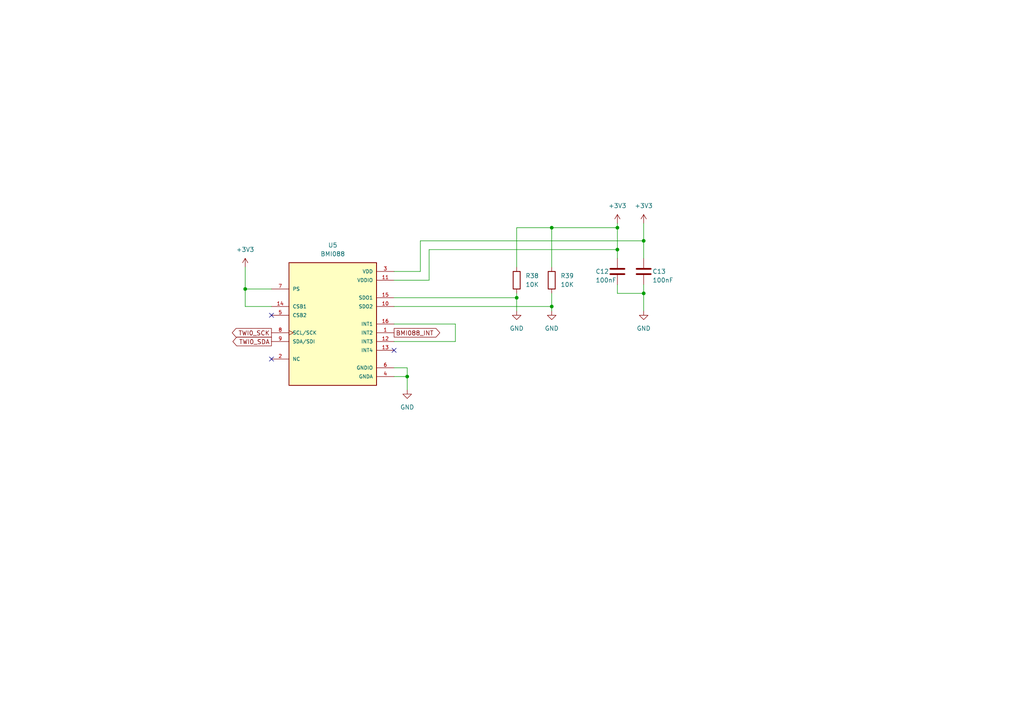
<source format=kicad_sch>
(kicad_sch (version 20211123) (generator eeschema)
  (paper "A4")
  (lib_symbols
    (symbol "BMI088:BMI088" (pin_names (offset 1.016))
      (property "Reference" "U" (at -12.7 18.415 0))
      (property "Value" "BMI088" (at -12.7 -20.32 0))
      (symbol "BMI088_0_0"
        (rectangle (start -12.7 -17.78) (end 12.7 17.78) (stroke (width 0.254)) (fill (type background)))
        (pin bidirectional line (at 17.78 -2.54 180) (length 5.08) (name "INT2") (number "1"))
        (pin input line (at 17.78 5.08 180) (length 5.08) (name "SDO2") (number "10"))
        (pin power_in line (at 17.78 12.7 180) (length 5.08) (name "VDDIO") (number "11"))
        (pin bidirectional line (at 17.78 -5.08 180) (length 5.08) (name "INT3") (number "12"))
        (pin bidirectional line (at 17.78 -7.62 180) (length 5.08) (name "INT4") (number "13"))
        (pin input line (at -17.78 5.08 0) (length 5.08) (name "CSB1") (number "14"))
        (pin input line (at 17.78 7.62 180) (length 5.08) (name "SDO1") (number "15"))
        (pin bidirectional line (at 17.78 0 180) (length 5.08) (name "INT1") (number "16"))
        (pin passive line (at -17.78 -10.16 0) (length 5.08) (name "NC") (number "2"))
        (pin power_in line (at 17.78 15.24 180) (length 5.08) (name "VDD") (number "3"))
        (pin power_in line (at 17.78 -15.24 180) (length 5.08) (name "GNDA") (number "4"))
        (pin input line (at -17.78 2.54 0) (length 5.08) (name "CSB2") (number "5"))
        (pin power_in line (at 17.78 -12.7 180) (length 5.08) (name "GNDIO") (number "6"))
        (pin input line (at -17.78 10.16 0) (length 5.08) (name "PS") (number "7"))
        (pin input clock (at -17.78 -2.54 0) (length 5.08) (name "SCL/SCK") (number "8"))
        (pin bidirectional line (at -17.78 -5.08 0) (length 5.08) (name "SDA/SDI") (number "9"))
      )
    )
    (symbol "Device:C" (pin_numbers hide) (pin_names (offset 0.254))
      (property "Reference" "C" (at 0.635 2.54 0))
      (property "Value" "C" (at 0.635 -2.54 0))
      (symbol "C_0_1"
        (polyline (pts (xy -2.032 -0.762) (xy 2.032 -0.762)) (stroke (width 0.508)))
        (polyline (pts (xy -2.032 0.762) (xy 2.032 0.762)) (stroke (width 0.508)))
      )
      (symbol "C_1_1"
        (pin passive line (at 0 3.81 270) (length 2.794) (name "~") (number "1"))
        (pin passive line (at 0 -3.81 90) (length 2.794) (name "~") (number "2"))
      )
    )
    (symbol "Device:R" (pin_numbers hide) (pin_names (offset 0))
      (property "Reference" "R" (at 2.032 0 90))
      (property "Value" "R" (at 0 0 90))
      (symbol "R_0_1"
        (rectangle (start -1.016 -2.54) (end 1.016 2.54) (stroke (width 0.254)))
      )
      (symbol "R_1_1"
        (pin passive line (at 0 3.81 270) (length 1.27) (name "~") (number "1"))
        (pin passive line (at 0 -3.81 90) (length 1.27) (name "~") (number "2"))
      )
    )
    (symbol "power:+3V3" (power) (pin_names (offset 0))
      (property "Value" "+3V3" (at 0 3.556 0))
      (symbol "+3V3_0_1"
        (polyline (pts (xy -0.762 1.27) (xy 0 2.54)))
        (polyline (pts (xy 0 0) (xy 0 2.54)))
        (polyline (pts (xy 0 2.54) (xy 0.762 1.27)))
      )
      (symbol "+3V3_1_1"
        (pin power_in line (at 0 0 90) (length 0) hide (name "+3V3") (number "1"))
      )
    )
    (symbol "power:GND" (power) (pin_names (offset 0))
      (property "Value" "GND" (at 0 -3.81 0))
      (symbol "GND_0_1"
        (polyline (pts (xy 0 0) (xy 0 -1.27) (xy 1.27 -1.27) (xy 0 -2.54) (xy -1.27 -1.27) (xy 0 -1.27)))
      )
      (symbol "GND_1_1"
        (pin power_in line (at 0 0 270) (length 0) hide (name "GND") (number "1"))
      )
    )
  )
  (junction (at 71.12 83.82))
  (junction (at 149.86 86.36))
  (junction (at 186.69 85.09))
  (junction (at 118.11 109.22))
  (junction (at 160.02 66.04))
  (junction (at 160.02 88.9))
  (junction (at 179.07 66.04))
  (junction (at 186.69 69.85))
  (junction (at 179.07 72.39))
  (no_connect (at 114.3 101.6))
  (no_connect (at 78.74 91.44))
  (no_connect (at 78.74 104.14))
  (wire (pts (xy 114.3 88.9) (xy 160.02 88.9)))
  (wire (pts (xy 186.69 69.85) (xy 186.69 74.93)))
  (wire (pts (xy 149.86 85.09) (xy 149.86 86.36)))
  (wire (pts (xy 114.3 109.22) (xy 118.11 109.22)))
  (wire (pts (xy 71.12 88.9) (xy 78.74 88.9)))
  (wire (pts (xy 179.07 66.04) (xy 160.02 66.04)))
  (wire (pts (xy 179.07 66.04) (xy 179.07 72.39)))
  (wire (pts (xy 124.46 72.39) (xy 124.46 81.28)))
  (wire (pts (xy 186.69 82.55) (xy 186.69 85.09)))
  (wire (pts (xy 179.07 74.93) (xy 179.07 72.39)))
  (wire (pts (xy 132.08 99.06) (xy 132.08 93.98)))
  (wire (pts (xy 179.07 64.77) (xy 179.07 66.04)))
  (wire (pts (xy 160.02 66.04) (xy 149.86 66.04)))
  (wire (pts (xy 71.12 83.82) (xy 78.74 83.82)))
  (wire (pts (xy 114.3 86.36) (xy 149.86 86.36)))
  (wire (pts (xy 71.12 77.47) (xy 71.12 83.82)))
  (wire (pts (xy 118.11 109.22) (xy 118.11 106.68)))
  (wire (pts (xy 118.11 106.68) (xy 114.3 106.68)))
  (wire (pts (xy 114.3 93.98) (xy 132.08 93.98)))
  (wire (pts (xy 160.02 85.09) (xy 160.02 88.9)))
  (wire (pts (xy 71.12 83.82) (xy 71.12 88.9)))
  (wire (pts (xy 149.86 66.04) (xy 149.86 77.47)))
  (wire (pts (xy 121.92 78.74) (xy 121.92 69.85)))
  (wire (pts (xy 186.69 85.09) (xy 179.07 85.09)))
  (wire (pts (xy 186.69 85.09) (xy 186.69 90.17)))
  (wire (pts (xy 118.11 113.03) (xy 118.11 109.22)))
  (wire (pts (xy 114.3 78.74) (xy 121.92 78.74)))
  (wire (pts (xy 160.02 66.04) (xy 160.02 77.47)))
  (wire (pts (xy 114.3 99.06) (xy 132.08 99.06)))
  (wire (pts (xy 121.92 69.85) (xy 186.69 69.85)))
  (wire (pts (xy 160.02 88.9) (xy 160.02 90.17)))
  (wire (pts (xy 114.3 81.28) (xy 124.46 81.28)))
  (wire (pts (xy 179.07 72.39) (xy 124.46 72.39)))
  (wire (pts (xy 179.07 85.09) (xy 179.07 82.55)))
  (wire (pts (xy 149.86 86.36) (xy 149.86 90.17)))
  (wire (pts (xy 186.69 64.77) (xy 186.69 69.85)))
  (global_label "TWI0_SCK" (shape output) (at 78.74 96.52 180) (property "Intersheet References" "${INTERSHEET_REFS}" (effects hide)))
  (global_label "BMI088_INT" (shape output) (at 114.3 96.52 0) (property "Intersheet References" "${INTERSHEET_REFS}" (effects hide)))
  (global_label "TWI0_SDA" (shape output) (at 78.74 99.06 180) (property "Intersheet References" "${INTERSHEET_REFS}" (effects hide)))
  (symbol (lib_id "power:GND") (at 118.11 113.03 0) (unit 1)
    (property "Reference" "#PWR021" (effects hide))
    (property "Value" "GND" (at 118.11 118.11 0))
  )
  (symbol (lib_id "power:GND") (at 160.02 90.17 0) (unit 1)
    (property "Reference" "#PWR023" (effects hide))
    (property "Value" "GND" (at 160.02 95.25 0))
  )
  (symbol (lib_id "power:+3V3") (at 71.12 77.47 0) (unit 1)
    (property "Reference" "#PWR020" (effects hide))
    (property "Value" "+3V3" (at 71.12 72.39 0))
  )
  (symbol (lib_id "Device:C") (at 186.69 78.74 0) (unit 1)
    (property "Reference" "C13" (at 189.23 78.74 0) (effects (justify left)))
    (property "Value" "100nF" (at 189.23 81.28 0) (effects (justify left)))
  )
  (symbol (lib_id "Device:R") (at 160.02 81.28 0) (unit 1)
    (property "Reference" "R39" (at 162.56 80.0099 0) (effects (justify left)))
    (property "Value" "10K" (at 162.56 82.5499 0) (effects (justify left)))
  )
  (symbol (lib_id "power:GND") (at 149.86 90.17 0) (unit 1)
    (property "Reference" "#PWR022" (effects hide))
    (property "Value" "GND" (at 149.86 95.25 0))
  )
  (symbol (lib_id "power:+3V3") (at 186.69 64.77 0) (unit 1)
    (property "Reference" "#PWR025" (effects hide))
    (property "Value" "+3V3" (at 186.69 59.69 0))
  )
  (symbol (lib_id "Device:R") (at 149.86 81.28 0) (unit 1)
    (property "Reference" "R38" (at 152.4 80.0099 0) (effects (justify left)))
    (property "Value" "10K" (at 152.4 82.5499 0) (effects (justify left)))
  )
  (symbol (lib_id "power:+3V3") (at 179.07 64.77 0) (unit 1)
    (property "Reference" "#PWR024" (effects hide))
    (property "Value" "+3V3" (at 179.07 59.69 0))
  )
  (symbol (lib_id "Device:C") (at 179.07 78.74 0) (unit 1)
    (property "Reference" "C12" (at 172.72 78.74 0) (effects (justify left)))
    (property "Value" "100nF" (at 172.72 81.28 0) (effects (justify left)))
  )
  (symbol (lib_id "BMI088:BMI088") (at 96.52 93.98 0) (unit 1)
    (property "Reference" "U5" (at 96.52 71.12 0))
    (property "Value" "BMI088" (at 96.52 73.66 0))
    (property "Footprint" "PQFN50P450X300X100-16N" (effects hide))
    (property "MF" "Bosch Sensortec" (effects hide))
    (property "PURCHASE-URL" "https://pricing.snapeda.com/search/part/BMI088/?ref=eda" (effects hide))
    (property "DESCRIPTION" "Accelerometer, Gyroscope, 6 Axis Sensor I²C, SPI Output" (effects hide))
    (property "PRICE" "None" (effects hide))
    (property "MP" "BMI088" (effects hide))
    (property "AVAILABILITY" "In Stock" (effects hide))
    (property "PACKAGE" "VFLGA-16 Bosch Sensortec" (effects hide))
  )
  (symbol (lib_id "power:GND") (at 186.69 90.17 0) (unit 1)
    (property "Reference" "#PWR026" (effects hide))
    (property "Value" "GND" (at 186.69 95.25 0))
  )
)
</source>
